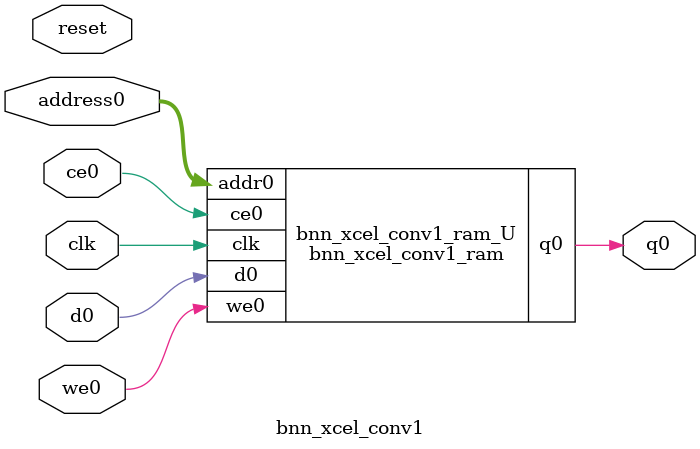
<source format=v>
`timescale 1 ns / 1 ps
module bnn_xcel_conv1_ram (addr0, ce0, d0, we0, q0,  clk);

parameter DWIDTH = 1;
parameter AWIDTH = 12;
parameter MEM_SIZE = 4096;

input[AWIDTH-1:0] addr0;
input ce0;
input[DWIDTH-1:0] d0;
input we0;
output reg[DWIDTH-1:0] q0;
input clk;

(* ram_style = "block" *)reg [DWIDTH-1:0] ram[0:MEM_SIZE-1];




always @(posedge clk)  
begin 
    if (ce0) begin
        if (we0) 
            ram[addr0] <= d0; 
        q0 <= ram[addr0];
    end
end


endmodule

`timescale 1 ns / 1 ps
module bnn_xcel_conv1(
    reset,
    clk,
    address0,
    ce0,
    we0,
    d0,
    q0);

parameter DataWidth = 32'd1;
parameter AddressRange = 32'd4096;
parameter AddressWidth = 32'd12;
input reset;
input clk;
input[AddressWidth - 1:0] address0;
input ce0;
input we0;
input[DataWidth - 1:0] d0;
output[DataWidth - 1:0] q0;



bnn_xcel_conv1_ram bnn_xcel_conv1_ram_U(
    .clk( clk ),
    .addr0( address0 ),
    .ce0( ce0 ),
    .we0( we0 ),
    .d0( d0 ),
    .q0( q0 ));

endmodule


</source>
